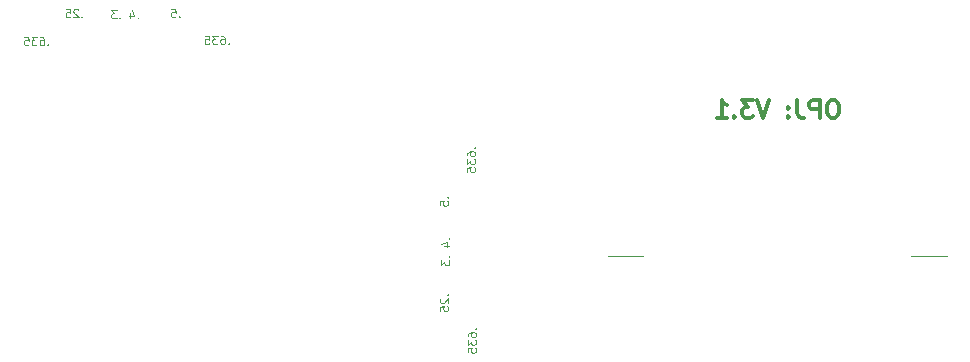
<source format=gbo>
%MOIN*%
%OFA0B0*%
%FSLAX46Y46*%
%IPPOS*%
%LPD*%
%ADD10C,0.0047244094488188976*%
%ADD11C,0.0047244094488188976*%
%ADD12C,0.011811023622047244*%
%ADD13C,0.0047244094488188976*%
G01*
G04 next file*
G04 #@! TF.GenerationSoftware,KiCad,Pcbnew,(5.1.12)-1*
G04 #@! TF.CreationDate,2022-03-26T22:12:51+08:00*
G04 #@! TF.ProjectId,Nozzle,4e6f7a7a-6c65-42e6-9b69-6361645f7063,0.5*
G04 #@! TF.SameCoordinates,Original*
G04 #@! TF.FileFunction,Legend,Bot*
G04 #@! TF.FilePolarity,Positive*
G04 Gerber Fmt 4.6, Leading zero omitted, Abs format (unit mm)*
G04 Created by KiCad (PCBNEW (5.1.12)-1) date 2022-03-26 22:12:51*
G01*
G04 APERTURE LIST*
G04 APERTURE END LIST*
G04 next file*
G04 #@! TF.GenerationSoftware,KiCad,Pcbnew,(5.1.12)-1*
G04 #@! TF.CreationDate,2022-03-26T22:12:51+08:00*
G04 #@! TF.ProjectId,Nozzle,4e6f7a7a-6c65-42e6-9b69-6361645f7063,0.5*
G04 #@! TF.SameCoordinates,Original*
G04 #@! TF.FileFunction,Legend,Bot*
G04 #@! TF.FilePolarity,Positive*
G04 Gerber Fmt 4.6, Leading zero omitted, Abs format (unit mm)*
G04 Created by KiCad (PCBNEW (5.1.12)-1) date 2022-03-26 22:12:51*
G01*
G04 APERTURE LIST*
G04 APERTURE END LIST*
G04 next file*
G04 #@! TF.GenerationSoftware,KiCad,Pcbnew,(5.1.12)-1*
G04 #@! TF.CreationDate,2022-03-26T22:19:29+08:00*
G04 #@! TF.ProjectId,Nozzle,4e6f7a7a-6c65-42e6-9b69-6361645f7063,0.5*
G04 #@! TF.SameCoordinates,Original*
G04 #@! TF.FileFunction,Legend,Bot*
G04 #@! TF.FilePolarity,Positive*
G04 Gerber Fmt 4.6, Leading zero omitted, Abs format (unit mm)*
G04 Created by KiCad (PCBNEW (5.1.12)-1) date 2022-03-26 22:19:29*
G01*
G04 APERTURE LIST*
G04 APERTURE END LIST*
D10*
X0000599837Y0003456437D02*
X0000598524Y0003455124D01*
X0000599837Y0003453812D01*
X0000601149Y0003455124D01*
X0000599837Y0003456437D01*
X0000599837Y0003453812D01*
X0000588026Y0003478746D02*
X0000586713Y0003480059D01*
X0000584089Y0003481371D01*
X0000577527Y0003481371D01*
X0000574902Y0003480059D01*
X0000573590Y0003478746D01*
X0000572278Y0003476122D01*
X0000572278Y0003473497D01*
X0000573590Y0003469560D01*
X0000589338Y0003453812D01*
X0000572278Y0003453812D01*
X0000547343Y0003481371D02*
X0000560467Y0003481371D01*
X0000561779Y0003468248D01*
X0000560467Y0003469560D01*
X0000557842Y0003470872D01*
X0000551280Y0003470872D01*
X0000548656Y0003469560D01*
X0000547343Y0003468248D01*
X0000546031Y0003465623D01*
X0000546031Y0003459061D01*
X0000547343Y0003456437D01*
X0000548656Y0003455124D01*
X0000551280Y0003453812D01*
X0000557842Y0003453812D01*
X0000560467Y0003455124D01*
X0000561779Y0003456437D01*
X0000726713Y0003452937D02*
X0000725401Y0003451624D01*
X0000726713Y0003450312D01*
X0000728026Y0003451624D01*
X0000726713Y0003452937D01*
X0000726713Y0003450312D01*
X0000716215Y0003477871D02*
X0000699154Y0003477871D01*
X0000708341Y0003467372D01*
X0000704404Y0003467372D01*
X0000701779Y0003466060D01*
X0000700467Y0003464748D01*
X0000699154Y0003462123D01*
X0000699154Y0003455561D01*
X0000700467Y0003452937D01*
X0000701779Y0003451624D01*
X0000704404Y0003450312D01*
X0000712278Y0003450312D01*
X0000714902Y0003451624D01*
X0000716215Y0003452937D01*
X0000787213Y0003452937D02*
X0000785901Y0003451624D01*
X0000787213Y0003450312D01*
X0000788526Y0003451624D01*
X0000787213Y0003452937D01*
X0000787213Y0003450312D01*
X0000762279Y0003468685D02*
X0000762279Y0003450312D01*
X0000768841Y0003479183D02*
X0000775402Y0003459498D01*
X0000758342Y0003459498D01*
X0000924713Y0003457437D02*
X0000923401Y0003456124D01*
X0000924713Y0003454812D01*
X0000926026Y0003456124D01*
X0000924713Y0003457437D01*
X0000924713Y0003454812D01*
X0000898467Y0003482371D02*
X0000911590Y0003482371D01*
X0000912902Y0003469248D01*
X0000911590Y0003470560D01*
X0000908965Y0003471872D01*
X0000902404Y0003471872D01*
X0000899779Y0003470560D01*
X0000898467Y0003469248D01*
X0000897154Y0003466623D01*
X0000897154Y0003460061D01*
X0000898467Y0003457437D01*
X0000899779Y0003456124D01*
X0000902404Y0003454812D01*
X0000908965Y0003454812D01*
X0000911590Y0003456124D01*
X0000912902Y0003457437D01*
X0001089460Y0003367437D02*
X0001088148Y0003366124D01*
X0001089460Y0003364812D01*
X0001090772Y0003366124D01*
X0001089460Y0003367437D01*
X0001089460Y0003364812D01*
X0001064526Y0003392371D02*
X0001069775Y0003392371D01*
X0001072400Y0003391059D01*
X0001073712Y0003389746D01*
X0001076337Y0003385809D01*
X0001077649Y0003380560D01*
X0001077649Y0003370061D01*
X0001076337Y0003367437D01*
X0001075024Y0003366124D01*
X0001072400Y0003364812D01*
X0001067150Y0003364812D01*
X0001064526Y0003366124D01*
X0001063213Y0003367437D01*
X0001061901Y0003370061D01*
X0001061901Y0003376623D01*
X0001063213Y0003379248D01*
X0001064526Y0003380560D01*
X0001067150Y0003381872D01*
X0001072400Y0003381872D01*
X0001075024Y0003380560D01*
X0001076337Y0003379248D01*
X0001077649Y0003376623D01*
X0001052715Y0003392371D02*
X0001035654Y0003392371D01*
X0001044841Y0003381872D01*
X0001040904Y0003381872D01*
X0001038279Y0003380560D01*
X0001036967Y0003379248D01*
X0001035654Y0003376623D01*
X0001035654Y0003370061D01*
X0001036967Y0003367437D01*
X0001038279Y0003366124D01*
X0001040904Y0003364812D01*
X0001048778Y0003364812D01*
X0001051402Y0003366124D01*
X0001052715Y0003367437D01*
X0001010720Y0003392371D02*
X0001023843Y0003392371D01*
X0001025156Y0003379248D01*
X0001023843Y0003380560D01*
X0001021219Y0003381872D01*
X0001014657Y0003381872D01*
X0001012032Y0003380560D01*
X0001010720Y0003379248D01*
X0001009408Y0003376623D01*
X0001009408Y0003370061D01*
X0001010720Y0003367437D01*
X0001012032Y0003366124D01*
X0001014657Y0003364812D01*
X0001021219Y0003364812D01*
X0001023843Y0003366124D01*
X0001025156Y0003367437D01*
X0000486960Y0003363937D02*
X0000485648Y0003362624D01*
X0000486960Y0003361312D01*
X0000488272Y0003362624D01*
X0000486960Y0003363937D01*
X0000486960Y0003361312D01*
X0000462026Y0003388871D02*
X0000467275Y0003388871D01*
X0000469900Y0003387559D01*
X0000471212Y0003386246D01*
X0000473837Y0003382309D01*
X0000475149Y0003377060D01*
X0000475149Y0003366561D01*
X0000473837Y0003363937D01*
X0000472524Y0003362624D01*
X0000469900Y0003361312D01*
X0000464650Y0003361312D01*
X0000462026Y0003362624D01*
X0000460713Y0003363937D01*
X0000459401Y0003366561D01*
X0000459401Y0003373123D01*
X0000460713Y0003375748D01*
X0000462026Y0003377060D01*
X0000464650Y0003378372D01*
X0000469900Y0003378372D01*
X0000472524Y0003377060D01*
X0000473837Y0003375748D01*
X0000475149Y0003373123D01*
X0000450215Y0003388871D02*
X0000433154Y0003388871D01*
X0000442341Y0003378372D01*
X0000438404Y0003378372D01*
X0000435779Y0003377060D01*
X0000434467Y0003375748D01*
X0000433154Y0003373123D01*
X0000433154Y0003366561D01*
X0000434467Y0003363937D01*
X0000435779Y0003362624D01*
X0000438404Y0003361312D01*
X0000446278Y0003361312D01*
X0000448902Y0003362624D01*
X0000450215Y0003363937D01*
X0000408220Y0003388871D02*
X0000421343Y0003388871D01*
X0000422656Y0003375748D01*
X0000421343Y0003377060D01*
X0000418719Y0003378372D01*
X0000412157Y0003378372D01*
X0000409532Y0003377060D01*
X0000408220Y0003375748D01*
X0000406908Y0003373123D01*
X0000406908Y0003366561D01*
X0000408220Y0003363937D01*
X0000409532Y0003362624D01*
X0000412157Y0003361312D01*
X0000418719Y0003361312D01*
X0000421343Y0003362624D01*
X0000422656Y0003363937D01*
G04 next file*
G04 #@! TF.GenerationSoftware,KiCad,Pcbnew,(5.1.12)-1*
G04 #@! TF.CreationDate,2022-03-26T22:19:29+08:00*
G04 #@! TF.ProjectId,Nozzle,4e6f7a7a-6c65-42e6-9b69-6361645f7063,0.5*
G04 #@! TF.SameCoordinates,Original*
G04 #@! TF.FileFunction,Legend,Bot*
G04 #@! TF.FilePolarity,Positive*
G04 Gerber Fmt 4.6, Leading zero omitted, Abs format (unit mm)*
G04 Created by KiCad (PCBNEW (5.1.12)-1) date 2022-03-26 22:19:29*
G01*
G04 APERTURE LIST*
G04 APERTURE END LIST*
D11*
X0001819153Y0002528971D02*
X0001820465Y0002527658D01*
X0001821778Y0002528971D01*
X0001820465Y0002530283D01*
X0001819153Y0002528971D01*
X0001821778Y0002528971D01*
X0001796843Y0002517160D02*
X0001795531Y0002515847D01*
X0001794219Y0002513223D01*
X0001794219Y0002506661D01*
X0001795531Y0002504036D01*
X0001796843Y0002502724D01*
X0001799468Y0002501412D01*
X0001802093Y0002501412D01*
X0001806030Y0002502724D01*
X0001821778Y0002518472D01*
X0001821778Y0002501412D01*
X0001794219Y0002476477D02*
X0001794219Y0002489600D01*
X0001807342Y0002490913D01*
X0001806030Y0002489600D01*
X0001804717Y0002486976D01*
X0001804717Y0002480414D01*
X0001806030Y0002477790D01*
X0001807342Y0002476477D01*
X0001809967Y0002475165D01*
X0001816528Y0002475165D01*
X0001819153Y0002476477D01*
X0001820465Y0002477790D01*
X0001821778Y0002480414D01*
X0001821778Y0002486976D01*
X0001820465Y0002489600D01*
X0001819153Y0002490913D01*
X0001822653Y0002655847D02*
X0001823965Y0002654535D01*
X0001825278Y0002655847D01*
X0001823965Y0002657160D01*
X0001822653Y0002655847D01*
X0001825278Y0002655847D01*
X0001797719Y0002645349D02*
X0001797719Y0002628288D01*
X0001808217Y0002637475D01*
X0001808217Y0002633537D01*
X0001809530Y0002630913D01*
X0001810842Y0002629601D01*
X0001813467Y0002628288D01*
X0001820028Y0002628288D01*
X0001822653Y0002629601D01*
X0001823965Y0002630913D01*
X0001825278Y0002633537D01*
X0001825278Y0002641412D01*
X0001823965Y0002644036D01*
X0001822653Y0002645349D01*
X0001822653Y0002716347D02*
X0001823965Y0002715035D01*
X0001825278Y0002716347D01*
X0001823965Y0002717660D01*
X0001822653Y0002716347D01*
X0001825278Y0002716347D01*
X0001806905Y0002691413D02*
X0001825278Y0002691413D01*
X0001796406Y0002697975D02*
X0001816091Y0002704536D01*
X0001816091Y0002687476D01*
X0001818153Y0002853847D02*
X0001819465Y0002852535D01*
X0001820778Y0002853847D01*
X0001819465Y0002855160D01*
X0001818153Y0002853847D01*
X0001820778Y0002853847D01*
X0001793219Y0002827601D02*
X0001793219Y0002840724D01*
X0001806342Y0002842036D01*
X0001805030Y0002840724D01*
X0001803717Y0002838099D01*
X0001803717Y0002831538D01*
X0001805030Y0002828913D01*
X0001806342Y0002827601D01*
X0001808967Y0002826288D01*
X0001815528Y0002826288D01*
X0001818153Y0002827601D01*
X0001819465Y0002828913D01*
X0001820778Y0002831538D01*
X0001820778Y0002838099D01*
X0001819465Y0002840724D01*
X0001818153Y0002842036D01*
X0001908153Y0003018594D02*
X0001909465Y0003017282D01*
X0001910778Y0003018594D01*
X0001909465Y0003019906D01*
X0001908153Y0003018594D01*
X0001910778Y0003018594D01*
X0001883219Y0002993660D02*
X0001883219Y0002998909D01*
X0001884531Y0003001534D01*
X0001885843Y0003002846D01*
X0001889780Y0003005471D01*
X0001895030Y0003006783D01*
X0001905528Y0003006783D01*
X0001908153Y0003005471D01*
X0001909465Y0003004158D01*
X0001910778Y0003001534D01*
X0001910778Y0002996284D01*
X0001909465Y0002993660D01*
X0001908153Y0002992347D01*
X0001905528Y0002991035D01*
X0001898967Y0002991035D01*
X0001896342Y0002992347D01*
X0001895030Y0002993660D01*
X0001893717Y0002996284D01*
X0001893717Y0003001534D01*
X0001895030Y0003004158D01*
X0001896342Y0003005471D01*
X0001898967Y0003006783D01*
X0001883219Y0002981849D02*
X0001883219Y0002964788D01*
X0001893717Y0002973975D01*
X0001893717Y0002970038D01*
X0001895030Y0002967413D01*
X0001896342Y0002966101D01*
X0001898967Y0002964788D01*
X0001905528Y0002964788D01*
X0001908153Y0002966101D01*
X0001909465Y0002967413D01*
X0001910778Y0002970038D01*
X0001910778Y0002977912D01*
X0001909465Y0002980536D01*
X0001908153Y0002981849D01*
X0001883219Y0002939854D02*
X0001883219Y0002952977D01*
X0001896342Y0002954289D01*
X0001895030Y0002952977D01*
X0001893717Y0002950352D01*
X0001893717Y0002943791D01*
X0001895030Y0002941166D01*
X0001896342Y0002939854D01*
X0001898967Y0002938541D01*
X0001905528Y0002938541D01*
X0001908153Y0002939854D01*
X0001909465Y0002941166D01*
X0001910778Y0002943791D01*
X0001910778Y0002950352D01*
X0001909465Y0002952977D01*
X0001908153Y0002954289D01*
X0001911653Y0002416094D02*
X0001912965Y0002414782D01*
X0001914278Y0002416094D01*
X0001912965Y0002417406D01*
X0001911653Y0002416094D01*
X0001914278Y0002416094D01*
X0001886719Y0002391160D02*
X0001886719Y0002396409D01*
X0001888031Y0002399034D01*
X0001889343Y0002400346D01*
X0001893280Y0002402971D01*
X0001898530Y0002404283D01*
X0001909028Y0002404283D01*
X0001911653Y0002402971D01*
X0001912965Y0002401658D01*
X0001914278Y0002399034D01*
X0001914278Y0002393784D01*
X0001912965Y0002391160D01*
X0001911653Y0002389847D01*
X0001909028Y0002388535D01*
X0001902467Y0002388535D01*
X0001899842Y0002389847D01*
X0001898530Y0002391160D01*
X0001897217Y0002393784D01*
X0001897217Y0002399034D01*
X0001898530Y0002401658D01*
X0001899842Y0002402971D01*
X0001902467Y0002404283D01*
X0001886719Y0002379349D02*
X0001886719Y0002362288D01*
X0001897217Y0002371475D01*
X0001897217Y0002367538D01*
X0001898530Y0002364913D01*
X0001899842Y0002363601D01*
X0001902467Y0002362288D01*
X0001909028Y0002362288D01*
X0001911653Y0002363601D01*
X0001912965Y0002364913D01*
X0001914278Y0002367538D01*
X0001914278Y0002375412D01*
X0001912965Y0002378036D01*
X0001911653Y0002379349D01*
X0001886719Y0002337354D02*
X0001886719Y0002350477D01*
X0001899842Y0002351790D01*
X0001898530Y0002350477D01*
X0001897217Y0002347852D01*
X0001897217Y0002341291D01*
X0001898530Y0002338666D01*
X0001899842Y0002337354D01*
X0001902467Y0002336041D01*
X0001909028Y0002336041D01*
X0001911653Y0002337354D01*
X0001912965Y0002338666D01*
X0001914278Y0002341291D01*
X0001914278Y0002347852D01*
X0001912965Y0002350477D01*
X0001911653Y0002351790D01*
G04 next file*
G04 #@! TF.GenerationSoftware,KiCad,Pcbnew,(5.1.12)-1*
G04 #@! TF.CreationDate,2022-03-26T22:12:19+08:00*
G04 #@! TF.ProjectId,Nozzle,4e6f7a7a-6c65-42e6-9b69-6361645f7063,0.5*
G04 #@! TF.SameCoordinates,Original*
G04 #@! TF.FileFunction,Legend,Bot*
G04 #@! TF.FilePolarity,Positive*
G04 Gerber Fmt 4.6, Leading zero omitted, Abs format (unit mm)*
G04 Created by KiCad (PCBNEW (5.1.12)-1) date 2022-03-26 22:12:19*
G01*
G04 APERTURE LIST*
G04 APERTURE END LIST*
G04 next file*
G04 #@! TF.GenerationSoftware,KiCad,Pcbnew,(5.1.12)-1*
G04 #@! TF.CreationDate,2022-03-26T22:12:19+08:00*
G04 #@! TF.ProjectId,Nozzle,4e6f7a7a-6c65-42e6-9b69-6361645f7063,0.5*
G04 #@! TF.SameCoordinates,Original*
G04 #@! TF.FileFunction,Legend,Bot*
G04 #@! TF.FilePolarity,Positive*
G04 Gerber Fmt 4.6, Leading zero omitted, Abs format (unit mm)*
G04 Created by KiCad (PCBNEW (5.1.12)-1) date 2022-03-26 22:12:19*
G01*
G04 APERTURE LIST*
G04 APERTURE END LIST*
G04 next file*
G04 #@! TF.GenerationSoftware,KiCad,Pcbnew,(5.1.12)-1*
G04 #@! TF.CreationDate,2022-03-26T22:13:32+08:00*
G04 #@! TF.ProjectId,Nozzle,4e6f7a7a-6c65-42e6-9b69-6361645f7063,0.5*
G04 #@! TF.SameCoordinates,Original*
G04 #@! TF.FileFunction,Legend,Bot*
G04 #@! TF.FilePolarity,Positive*
G04 Gerber Fmt 4.6, Leading zero omitted, Abs format (unit mm)*
G04 Created by KiCad (PCBNEW (5.1.12)-1) date 2022-03-26 22:13:32*
G01*
G04 APERTURE LIST*
G04 APERTURE END LIST*
D12*
X0003110134Y0003177820D02*
X0003098886Y0003177820D01*
X0003093262Y0003175007D01*
X0003087637Y0003169383D01*
X0003084825Y0003158135D01*
X0003084825Y0003138449D01*
X0003087637Y0003127201D01*
X0003093262Y0003121577D01*
X0003098886Y0003118764D01*
X0003110134Y0003118764D01*
X0003115759Y0003121577D01*
X0003121383Y0003127201D01*
X0003124195Y0003138449D01*
X0003124195Y0003158135D01*
X0003121383Y0003169383D01*
X0003115759Y0003175007D01*
X0003110134Y0003177820D01*
X0003059516Y0003118764D02*
X0003059516Y0003177820D01*
X0003037019Y0003177820D01*
X0003031394Y0003175007D01*
X0003028582Y0003172195D01*
X0003025770Y0003166571D01*
X0003025770Y0003158135D01*
X0003028582Y0003152510D01*
X0003031394Y0003149698D01*
X0003037019Y0003146886D01*
X0003059516Y0003146886D01*
X0002983588Y0003177820D02*
X0002983588Y0003135637D01*
X0002986400Y0003127201D01*
X0002992024Y0003121577D01*
X0003000461Y0003118764D01*
X0003006085Y0003118764D01*
X0002955466Y0003124389D02*
X0002952654Y0003121577D01*
X0002955466Y0003118764D01*
X0002958278Y0003121577D01*
X0002955466Y0003124389D01*
X0002955466Y0003118764D01*
X0002955466Y0003155322D02*
X0002952654Y0003152510D01*
X0002955466Y0003149698D01*
X0002958278Y0003152510D01*
X0002955466Y0003155322D01*
X0002955466Y0003149698D01*
X0002890787Y0003177820D02*
X0002871102Y0003118764D01*
X0002851417Y0003177820D01*
X0002837356Y0003177820D02*
X0002800798Y0003177820D01*
X0002820483Y0003155322D01*
X0002812047Y0003155322D01*
X0002806422Y0003152510D01*
X0002803610Y0003149698D01*
X0002800798Y0003144074D01*
X0002800798Y0003130013D01*
X0002803610Y0003124389D01*
X0002806422Y0003121577D01*
X0002812047Y0003118764D01*
X0002828920Y0003118764D01*
X0002834544Y0003121577D01*
X0002837356Y0003124389D01*
X0002775489Y0003124389D02*
X0002772677Y0003121577D01*
X0002775489Y0003118764D01*
X0002778301Y0003121577D01*
X0002775489Y0003124389D01*
X0002775489Y0003118764D01*
X0002716434Y0003118764D02*
X0002750179Y0003118764D01*
X0002733307Y0003118764D02*
X0002733307Y0003177820D01*
X0002738931Y0003169383D01*
X0002744555Y0003163759D01*
X0002750179Y0003160947D01*
D13*
X0002472314Y0002659480D02*
X0002354314Y0002659480D01*
X0003365314Y0002659480D02*
X0003483314Y0002659480D01*
M02*
</source>
